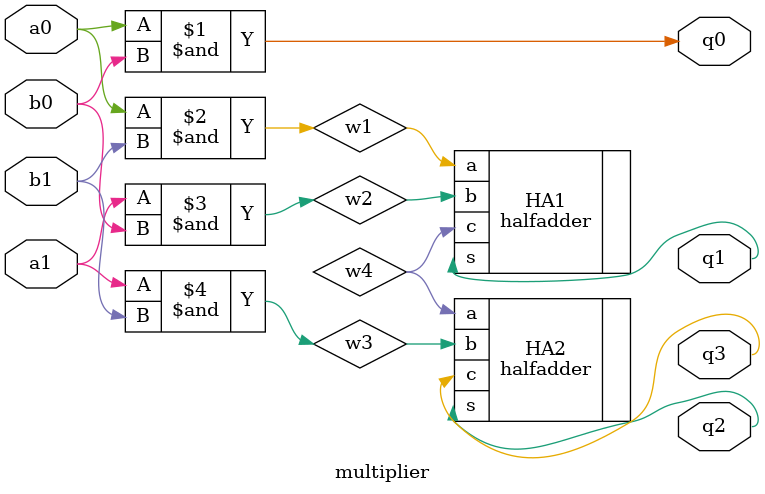
<source format=v>
module multiplier(
    input a0,
    input a1,
    input b0,
    input b1,
    output q0,
    output q1,
    output q2,
    output q3
);
  wire w1;
  wire w2;
  wire w3;
  wire w4;

assign q0 = a0 & b0;  //first output
assign w1 = a0 & b1; 
assign w2 = a1 & b0;
assign w3 = a1 & b1;

// calling the first HA block
  halfadder HA1 (
    .a(w1),
    .b(w2),
    .s(q1), // second output
    .c(w4)
  );
  halfadder HA2 (
    .a(w4),
    .b(w3),
    .s(q2), // third output
    .c(q3) // fourth output
  );

endmodule 
</source>
